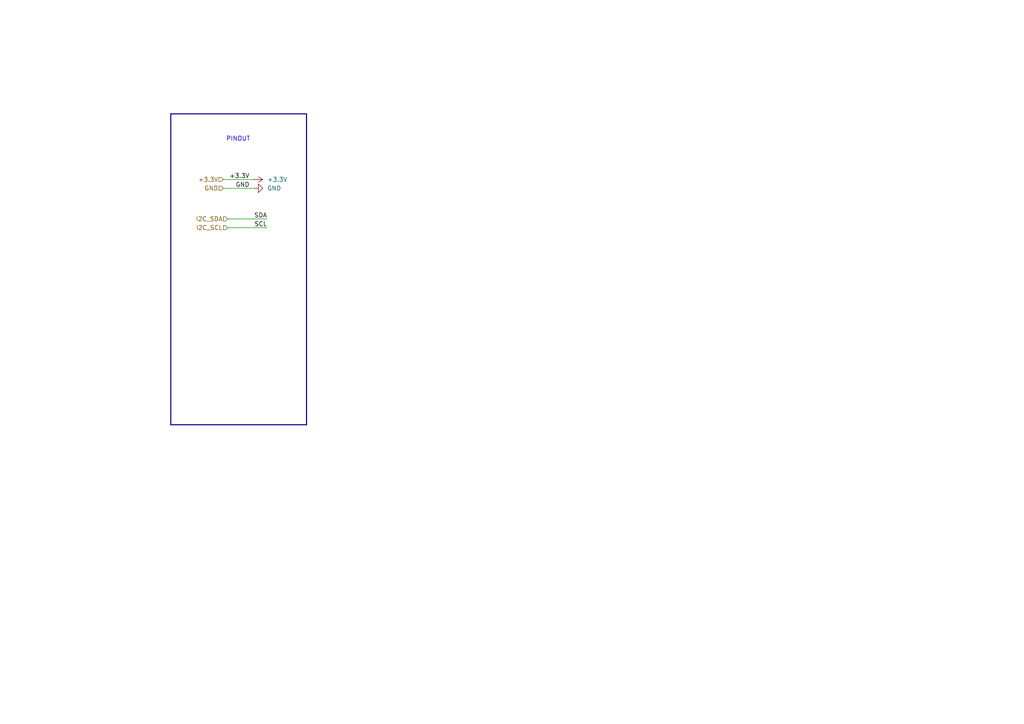
<source format=kicad_sch>
(kicad_sch
	(version 20250114)
	(generator "eeschema")
	(generator_version "9.0")
	(uuid "e1fc3d0f-7eed-4725-b6d1-cebdb1ee5ed5")
	(paper "A4")
	(lib_symbols
		(symbol "power:+3.3V"
			(power)
			(pin_numbers
				(hide yes)
			)
			(pin_names
				(offset 0)
				(hide yes)
			)
			(exclude_from_sim no)
			(in_bom yes)
			(on_board yes)
			(property "Reference" "#PWR"
				(at 0 -3.81 0)
				(effects
					(font
						(size 1.27 1.27)
					)
					(hide yes)
				)
			)
			(property "Value" "+3.3V"
				(at 0 3.556 0)
				(effects
					(font
						(size 1.27 1.27)
					)
				)
			)
			(property "Footprint" ""
				(at 0 0 0)
				(effects
					(font
						(size 1.27 1.27)
					)
					(hide yes)
				)
			)
			(property "Datasheet" ""
				(at 0 0 0)
				(effects
					(font
						(size 1.27 1.27)
					)
					(hide yes)
				)
			)
			(property "Description" "Power symbol creates a global label with name \"+3.3V\""
				(at 0 0 0)
				(effects
					(font
						(size 1.27 1.27)
					)
					(hide yes)
				)
			)
			(property "ki_keywords" "global power"
				(at 0 0 0)
				(effects
					(font
						(size 1.27 1.27)
					)
					(hide yes)
				)
			)
			(symbol "+3.3V_0_1"
				(polyline
					(pts
						(xy -0.762 1.27) (xy 0 2.54)
					)
					(stroke
						(width 0)
						(type default)
					)
					(fill
						(type none)
					)
				)
				(polyline
					(pts
						(xy 0 2.54) (xy 0.762 1.27)
					)
					(stroke
						(width 0)
						(type default)
					)
					(fill
						(type none)
					)
				)
				(polyline
					(pts
						(xy 0 0) (xy 0 2.54)
					)
					(stroke
						(width 0)
						(type default)
					)
					(fill
						(type none)
					)
				)
			)
			(symbol "+3.3V_1_1"
				(pin power_in line
					(at 0 0 90)
					(length 0)
					(name "~"
						(effects
							(font
								(size 1.27 1.27)
							)
						)
					)
					(number "1"
						(effects
							(font
								(size 1.27 1.27)
							)
						)
					)
				)
			)
			(embedded_fonts no)
		)
		(symbol "power:GND"
			(power)
			(pin_numbers
				(hide yes)
			)
			(pin_names
				(offset 0)
				(hide yes)
			)
			(exclude_from_sim no)
			(in_bom yes)
			(on_board yes)
			(property "Reference" "#PWR"
				(at 0 -6.35 0)
				(effects
					(font
						(size 1.27 1.27)
					)
					(hide yes)
				)
			)
			(property "Value" "GND"
				(at 0 -3.81 0)
				(effects
					(font
						(size 1.27 1.27)
					)
				)
			)
			(property "Footprint" ""
				(at 0 0 0)
				(effects
					(font
						(size 1.27 1.27)
					)
					(hide yes)
				)
			)
			(property "Datasheet" ""
				(at 0 0 0)
				(effects
					(font
						(size 1.27 1.27)
					)
					(hide yes)
				)
			)
			(property "Description" "Power symbol creates a global label with name \"GND\" , ground"
				(at 0 0 0)
				(effects
					(font
						(size 1.27 1.27)
					)
					(hide yes)
				)
			)
			(property "ki_keywords" "global power"
				(at 0 0 0)
				(effects
					(font
						(size 1.27 1.27)
					)
					(hide yes)
				)
			)
			(symbol "GND_0_1"
				(polyline
					(pts
						(xy 0 0) (xy 0 -1.27) (xy 1.27 -1.27) (xy 0 -2.54) (xy -1.27 -1.27) (xy 0 -1.27)
					)
					(stroke
						(width 0)
						(type default)
					)
					(fill
						(type none)
					)
				)
			)
			(symbol "GND_1_1"
				(pin power_in line
					(at 0 0 270)
					(length 0)
					(name "~"
						(effects
							(font
								(size 1.27 1.27)
							)
						)
					)
					(number "1"
						(effects
							(font
								(size 1.27 1.27)
							)
						)
					)
				)
			)
			(embedded_fonts no)
		)
	)
	(text "PINOUT\n"
		(exclude_from_sim no)
		(at 69.088 40.386 0)
		(effects
			(font
				(size 1.27 1.27)
			)
		)
		(uuid "d19adb1d-53ab-4f0d-aa49-245d56eacadc")
	)
	(bus
		(pts
			(xy 49.53 33.02) (xy 88.9 33.02)
		)
		(stroke
			(width 0)
			(type default)
		)
		(uuid "0d0c2af9-8625-41d8-9e18-e1c6036fadef")
	)
	(wire
		(pts
			(xy 64.77 54.61) (xy 73.66 54.61)
		)
		(stroke
			(width 0)
			(type default)
		)
		(uuid "33147a9d-48c9-47ee-b1ea-7dacd74dcf38")
	)
	(bus
		(pts
			(xy 49.53 123.19) (xy 88.9 123.19)
		)
		(stroke
			(width 0)
			(type default)
		)
		(uuid "34ba67e9-fb5e-41cb-8eef-ce65b05a8375")
	)
	(bus
		(pts
			(xy 88.9 123.19) (xy 88.9 33.02)
		)
		(stroke
			(width 0)
			(type default)
		)
		(uuid "855e9c67-5078-4fce-845c-9236003af2aa")
	)
	(wire
		(pts
			(xy 66.04 63.5) (xy 77.47 63.5)
		)
		(stroke
			(width 0)
			(type default)
		)
		(uuid "883af5ba-11fe-49cf-bfee-cea152b3a54f")
	)
	(wire
		(pts
			(xy 64.77 52.07) (xy 73.66 52.07)
		)
		(stroke
			(width 0)
			(type default)
		)
		(uuid "d7069d9d-1754-4093-b4b9-4a439f2b2a24")
	)
	(bus
		(pts
			(xy 49.53 33.02) (xy 49.53 123.19)
		)
		(stroke
			(width 0)
			(type default)
		)
		(uuid "f88fc69a-c3f9-47a4-8ce4-9f2d3332c823")
	)
	(wire
		(pts
			(xy 66.04 66.04) (xy 77.47 66.04)
		)
		(stroke
			(width 0)
			(type default)
		)
		(uuid "fea3cad9-37c8-4306-9ebe-5ffcbfa650fb")
	)
	(label "SDA"
		(at 77.47 63.5 180)
		(effects
			(font
				(size 1.27 1.27)
			)
			(justify right bottom)
		)
		(uuid "200301cb-f1ad-4b2f-a159-ee3912f21cd1")
	)
	(label "GND"
		(at 72.39 54.61 180)
		(effects
			(font
				(size 1.27 1.27)
			)
			(justify right bottom)
		)
		(uuid "3a647946-311c-445f-ba24-e89ec97e0f65")
	)
	(label "+3.3V"
		(at 72.39 52.07 180)
		(effects
			(font
				(size 1.27 1.27)
			)
			(justify right bottom)
		)
		(uuid "3de918a6-a367-4f00-b559-f1294b3b5524")
	)
	(label "SCL"
		(at 77.47 66.04 180)
		(effects
			(font
				(size 1.27 1.27)
			)
			(justify right bottom)
		)
		(uuid "f464f0c1-4b48-4198-af5c-ce8ad360dc1f")
	)
	(hierarchical_label "I2C_SDA"
		(shape input)
		(at 66.04 63.5 180)
		(effects
			(font
				(size 1.27 1.27)
			)
			(justify right)
		)
		(uuid "5f2d266b-be47-4350-a7ce-02dfc1a3f2dd")
	)
	(hierarchical_label "GND"
		(shape input)
		(at 64.77 54.61 180)
		(effects
			(font
				(size 1.27 1.27)
			)
			(justify right)
		)
		(uuid "ac516136-94c0-44b1-a271-26e5646f5770")
	)
	(hierarchical_label "+3.3V"
		(shape input)
		(at 64.77 52.07 180)
		(effects
			(font
				(size 1.27 1.27)
			)
			(justify right)
		)
		(uuid "d0c09ae9-6746-4f71-ba6d-5d8c7fc48341")
	)
	(hierarchical_label "I2C_SCL"
		(shape input)
		(at 66.04 66.04 180)
		(effects
			(font
				(size 1.27 1.27)
			)
			(justify right)
		)
		(uuid "fd823620-6e17-46b3-8f61-13aec0803ddd")
	)
	(symbol
		(lib_id "power:+3.3V")
		(at 73.66 52.07 270)
		(unit 1)
		(exclude_from_sim no)
		(in_bom yes)
		(on_board yes)
		(dnp no)
		(fields_autoplaced yes)
		(uuid "0cc537e9-3034-4c26-b58c-b3d1689783ad")
		(property "Reference" "#PWR01"
			(at 69.85 52.07 0)
			(effects
				(font
					(size 1.27 1.27)
				)
				(hide yes)
			)
		)
		(property "Value" "+3.3V"
			(at 77.47 52.0699 90)
			(effects
				(font
					(size 1.27 1.27)
				)
				(justify left)
			)
		)
		(property "Footprint" ""
			(at 73.66 52.07 0)
			(effects
				(font
					(size 1.27 1.27)
				)
				(hide yes)
			)
		)
		(property "Datasheet" ""
			(at 73.66 52.07 0)
			(effects
				(font
					(size 1.27 1.27)
				)
				(hide yes)
			)
		)
		(property "Description" "Power symbol creates a global label with name \"+3.3V\""
			(at 73.66 52.07 0)
			(effects
				(font
					(size 1.27 1.27)
				)
				(hide yes)
			)
		)
		(pin "1"
			(uuid "821f2733-496c-45e6-94ff-54108c3ab3be")
		)
		(instances
			(project "Main"
				(path "/77f264da-4c84-4b0c-9d20-4392731765e6/1ddae4dd-6d7b-4ef8-9a8d-fbd44b538466"
					(reference "#PWR01")
					(unit 1)
				)
			)
		)
	)
	(symbol
		(lib_id "power:GND")
		(at 73.66 54.61 90)
		(unit 1)
		(exclude_from_sim no)
		(in_bom yes)
		(on_board yes)
		(dnp no)
		(fields_autoplaced yes)
		(uuid "7ccd1fcb-2189-42ae-814e-b14a3c2f39d1")
		(property "Reference" "#PWR02"
			(at 80.01 54.61 0)
			(effects
				(font
					(size 1.27 1.27)
				)
				(hide yes)
			)
		)
		(property "Value" "GND"
			(at 77.47 54.6099 90)
			(effects
				(font
					(size 1.27 1.27)
				)
				(justify right)
			)
		)
		(property "Footprint" ""
			(at 73.66 54.61 0)
			(effects
				(font
					(size 1.27 1.27)
				)
				(hide yes)
			)
		)
		(property "Datasheet" ""
			(at 73.66 54.61 0)
			(effects
				(font
					(size 1.27 1.27)
				)
				(hide yes)
			)
		)
		(property "Description" "Power symbol creates a global label with name \"GND\" , ground"
			(at 73.66 54.61 0)
			(effects
				(font
					(size 1.27 1.27)
				)
				(hide yes)
			)
		)
		(pin "1"
			(uuid "1e804352-b8b5-4267-b759-33b8fc9e233a")
		)
		(instances
			(project "Main"
				(path "/77f264da-4c84-4b0c-9d20-4392731765e6/1ddae4dd-6d7b-4ef8-9a8d-fbd44b538466"
					(reference "#PWR02")
					(unit 1)
				)
			)
		)
	)
)

</source>
